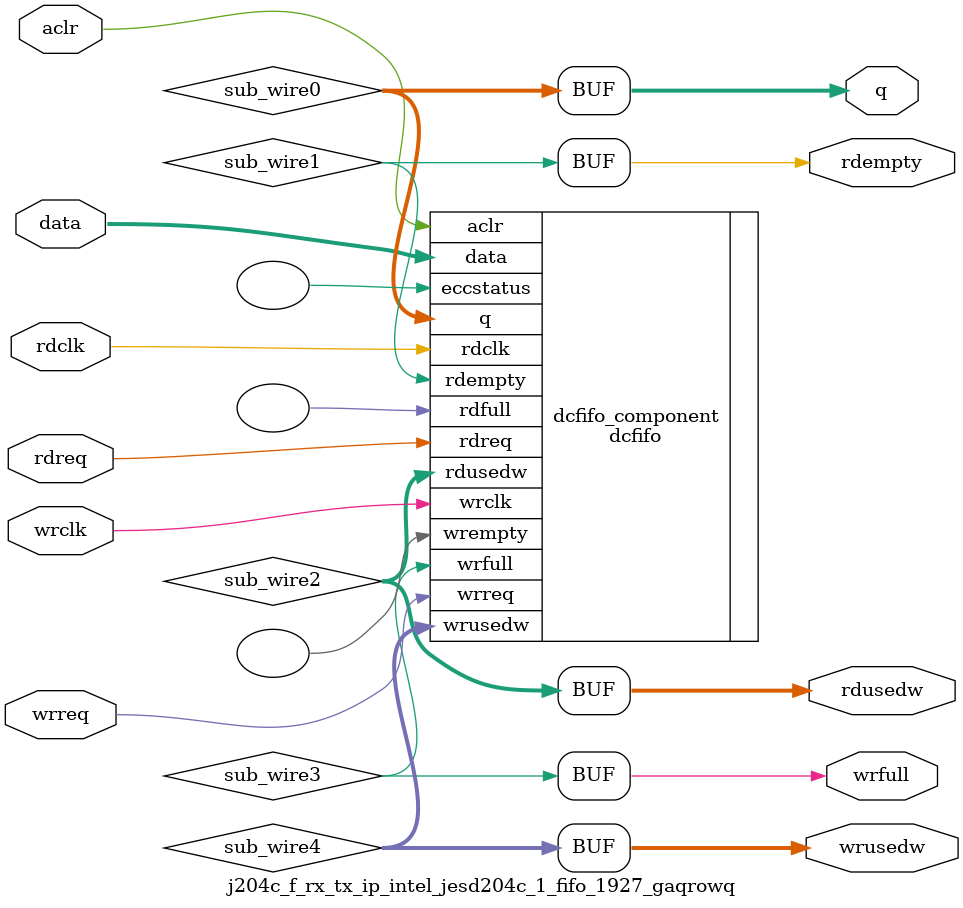
<source format=v>



`timescale 1 ps / 1 ps
// synopsys translate_on
module  j204c_f_rx_tx_ip_intel_jesd204c_1_fifo_1927_gaqrowq  (
    aclr,
    data,
    rdclk,
    rdreq,
    wrclk,
    wrreq,
    q,
    rdempty,
    rdusedw,
    wrfull,
    wrusedw);

    input    aclr;
    input  [131:0]  data;
    input    rdclk;
    input    rdreq;
    input    wrclk;
    input    wrreq;
    output [131:0]  q;
    output   rdempty;
    output [2:0]  rdusedw;
    output   wrfull;
    output [2:0]  wrusedw;
`ifndef ALTERA_RESERVED_QIS
// synopsys translate_off
`endif
    tri0     aclr;
`ifndef ALTERA_RESERVED_QIS
// synopsys translate_on
`endif

    wire [131:0] sub_wire0;
    wire  sub_wire1;
    wire [2:0] sub_wire2;
    wire  sub_wire3;
    wire [2:0] sub_wire4;
    wire [131:0] q = sub_wire0[131:0];
    wire  rdempty = sub_wire1;
    wire [2:0] rdusedw = sub_wire2[2:0];
    wire  wrfull = sub_wire3;
    wire [2:0] wrusedw = sub_wire4[2:0];

    dcfifo  dcfifo_component (
                .aclr (aclr),
                .data (data),
                .rdclk (rdclk),
                .rdreq (rdreq),
                .wrclk (wrclk),
                .wrreq (wrreq),
                .q (sub_wire0),
                .rdempty (sub_wire1),
                .rdusedw (sub_wire2),
                .wrfull (sub_wire3),
                .wrusedw (sub_wire4),
                .eccstatus (),
                .rdfull (),
                .wrempty ());
    defparam
        dcfifo_component.enable_ecc  = "FALSE",
        dcfifo_component.intended_device_family  = "Agilex 7",
        dcfifo_component.lpm_hint  = "RAM_BLOCK_TYPE=M20K,DISABLE_DCFIFO_EMBEDDED_TIMING_CONSTRAINT=TRUE",
        dcfifo_component.lpm_numwords  = 8,
        dcfifo_component.lpm_showahead  = "OFF",
        dcfifo_component.lpm_type  = "dcfifo",
        dcfifo_component.lpm_width  = 132,
        dcfifo_component.lpm_widthu  = 3,
        dcfifo_component.overflow_checking  = "ON",
        dcfifo_component.rdsync_delaypipe  = 4,
        dcfifo_component.read_aclr_synch  = "ON",
        dcfifo_component.underflow_checking  = "ON",
        dcfifo_component.use_eab  = "ON",
        dcfifo_component.write_aclr_synch  = "ON",
        dcfifo_component.wrsync_delaypipe  = 4;


endmodule



</source>
